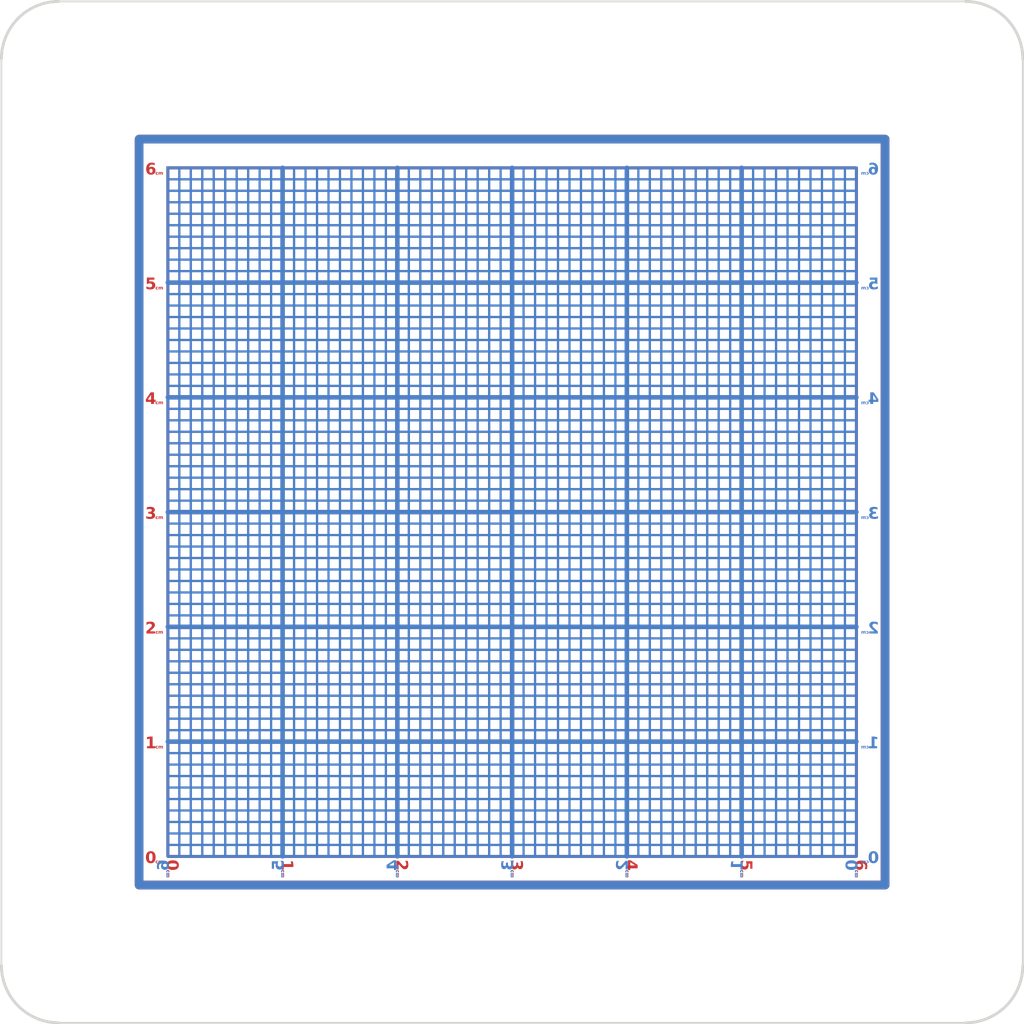
<source format=kicad_pcb>
(kicad_pcb (version 20221018) (generator pcbnew)
  (layers (0 "F.Cu" signal) (31 "B.Cu" signal) (34 "B.Paste" user) (35 "F.Paste" user) (36 "B.SilkS" user "B.Silkscreen") (37 "F.SilkS" user "F.Silkscreen") (38 "B.Mask" user) (39 "F.Mask" user) (44 "Edge.Cuts" user))
  (net 0 "")
  (footprint "oomlout_oomp_part_footprints:mhm3_electronic_mounting_hole_m3" (layer "F.Cu") (at -37.5 15)
    (fp_text reference "REF**" hide)
    (fp_text value "MountingHole_3.2mm_M3" hide)
    (pad "" np_thru_hole circle (at 0 0) (size 3.2 3.2) (drill 3.2) (layers "F&B.Cu" "*.Mask"))
  )
  (footprint "oomlout_oomp_part_footprints:mhm6_electronic_mounting_hole_m6" (layer "F.Cu") (at 22.4 37.5 90)
    (fp_text reference "REF**" hide)
    (fp_text value "MountingHole_6.4mm_M6" hide)
    (pad "" np_thru_hole circle (at 0 0 90) (size 6.4 6.4) (drill 6.4) (layers "F&B.Cu" "*.Mask"))
  )
  (footprint "oomlout_oomp_part_footprints:mhm3_electronic_mounting_hole_m3" (layer "F.Cu") (at 14.9 -37.5 90)
    (fp_text reference "REF**" hide)
    (fp_text value "MountingHole_3.2mm_M3" hide)
    (pad "" np_thru_hole circle (at 0 0 90) (size 3.2 3.2) (drill 3.2) (layers "F&B.Cu" "*.Mask"))
  )
  (footprint "oomlout_oomp_part_footprints:mhm3_electronic_mounting_hole_m3" (layer "F.Cu") (at -37.5 -15)
    (fp_text reference "REF**" hide)
    (fp_text value "MountingHole_3.2mm_M3" hide)
    (pad "" np_thru_hole circle (at 0 0) (size 3.2 3.2) (drill 3.2) (layers "F&B.Cu" "*.Mask"))
  )
  (footprint "oomlout_oomp_part_footprints:mhm3_electronic_mounting_hole_m3" (layer "F.Cu") (at 37.5 -30)
    (fp_text reference "REF**" hide)
    (fp_text value "MountingHole_3.2mm_M3" hide)
    (pad "" np_thru_hole circle (at 0 0) (size 3.2 3.2) (drill 3.2) (layers "F&B.Cu" "*.Mask"))
  )
  (footprint "oomlout_oomp_part_footprints:mhm6_electronic_mounting_hole_m6" (layer "F.Cu") (at 37.5 -22.5)
    (fp_text reference "REF**" hide)
    (fp_text value "MountingHole_6.4mm_M6" hide)
    (pad "" np_thru_hole circle (at 0 0) (size 6.4 6.4) (drill 6.4) (layers "F&B.Cu" "*.Mask"))
  )
  (footprint "oomlout_oomp_part_footprints:mhm6_electronic_mounting_hole_m6" (layer "F.Cu") (at -7.6 -37.5 90)
    (fp_text reference "REF**" hide)
    (fp_text value "MountingHole_6.4mm_M6" hide)
    (pad "" np_thru_hole circle (at 0 0 90) (size 6.4 6.4) (drill 6.4) (layers "F&B.Cu" "*.Mask"))
  )
  (footprint "oomlout_oomp_part_footprints:mhm3_electronic_mounting_hole_m3" (layer "F.Cu") (at 37.5 -15)
    (fp_text reference "REF**" hide)
    (fp_text value "MountingHole_3.2mm_M3" hide)
    (pad "" np_thru_hole circle (at 0 0) (size 3.2 3.2) (drill 3.2) (layers "F&B.Cu" "*.Mask"))
  )
  (footprint "oomlout_oomp_part_footprints:mhm3_electronic_mounting_hole_m3" (layer "F.Cu") (at -0.1 37.5 90)
    (fp_text reference "REF**" hide)
    (fp_text value "MountingHole_3.2mm_M3" hide)
    (pad "" np_thru_hole circle (at 0 0 90) (size 3.2 3.2) (drill 3.2) (layers "F&B.Cu" "*.Mask"))
  )
  (footprint "oomlout_oomp_part_footprints:mhm6_electronic_mounting_hole_m6" (layer "F.Cu") (at -37.5 -22.5)
    (fp_text reference "REF**" hide)
    (fp_text value "MountingHole_6.4mm_M6" hide)
    (pad "" np_thru_hole circle (at 0 0) (size 6.4 6.4) (drill 6.4) (layers "F&B.Cu" "*.Mask"))
  )
  (footprint "oomlout_oomp_part_footprints:mhm6_electronic_mounting_hole_m6" (layer "F.Cu") (at 37.5 7.5)
    (fp_text reference "REF**" hide)
    (fp_text value "MountingHole_6.4mm_M6" hide)
    (pad "" np_thru_hole circle (at 0 0) (size 6.4 6.4) (drill 6.4) (layers "F&B.Cu" "*.Mask"))
  )
  (footprint "oomlout_oomp_part_footprints:mhm3_electronic_mounting_hole_m3" (layer "F.Cu") (at 29.9 -37.5 90)
    (fp_text reference "REF**" hide)
    (fp_text value "MountingHole_3.2mm_M3" hide)
    (pad "" np_thru_hole circle (at 0 0 90) (size 3.2 3.2) (drill 3.2) (layers "F&B.Cu" "*.Mask"))
  )
  (footprint "oomlout_oomp_part_footprints:mhm3_electronic_mounting_hole_m3" (layer "F.Cu") (at -37.5 0)
    (fp_text reference "REF**" hide)
    (fp_text value "MountingHole_3.2mm_M3" hide)
    (pad "" np_thru_hole circle (at 0 0) (size 3.2 3.2) (drill 3.2) (layers "F&B.Cu" "*.Mask"))
  )
  (footprint "oomlout_oomp_part_footprints:mhm6_electronic_mounting_hole_m6" (layer "F.Cu") (at 22.4 -37.5 90)
    (fp_text reference "REF**" hide)
    (fp_text value "MountingHole_6.4mm_M6" hide)
    (pad "" np_thru_hole circle (at 0 0 90) (size 6.4 6.4) (drill 6.4) (layers "F&B.Cu" "*.Mask"))
  )
  (footprint "oomlout_oomp_part_footprints:mhm6_electronic_mounting_hole_m6" (layer "F.Cu") (at -37.5 7.5)
    (fp_text reference "REF**" hide)
    (fp_text value "MountingHole_6.4mm_M6" hide)
    (pad "" np_thru_hole circle (at 0 0) (size 6.4 6.4) (drill 6.4) (layers "*.Cu" "*.Mask"))
  )
  (footprint "oomlout_oomp_part_footprints:mhm6_electronic_mounting_hole_m6" (layer "F.Cu") (at 7.4 37.5 90)
    (fp_text reference "REF**" hide)
    (fp_text value "MountingHole_6.4mm_M6" hide)
    (pad "" np_thru_hole circle (at 0 0 90) (size 6.4 6.4) (drill 6.4) (layers "F&B.Cu" "*.Mask"))
  )
  (footprint "oomlout_oomp_part_footprints:mhm6_electronic_mounting_hole_m6" (layer "F.Cu") (at 37.5 22.5)
    (fp_text reference "REF**" hide)
    (fp_text value "MountingHole_6.4mm_M6" hide)
    (pad "" np_thru_hole circle (at 0 0) (size 6.4 6.4) (drill 6.4) (layers "F&B.Cu" "*.Mask"))
  )
  (footprint "oomlout_oomp_part_footprints:mhm3_electronic_mounting_hole_m3" (layer "F.Cu") (at -15.1 37.5 90)
    (fp_text reference "REF**" hide)
    (fp_text value "MountingHole_3.2mm_M3" hide)
    (pad "" np_thru_hole circle (at 0 0 90) (size 3.2 3.2) (drill 3.2) (layers "F&B.Cu" "*.Mask"))
  )
  (footprint "oomlout_oomp_part_footprints:mhm3_electronic_mounting_hole_m3" (layer "F.Cu") (at 37.5 30)
    (fp_text reference "REF**" hide)
    (fp_text value "MountingHole_3.2mm_M3" hide)
    (pad "" np_thru_hole circle (at 0 0) (size 3.2 3.2) (drill 3.2) (layers "F&B.Cu" "*.Mask"))
  )
  (footprint "oomlout_oomp_part_footprints:mhm3_electronic_mounting_hole_m3" (layer "F.Cu") (at -30.1 37.5 90)
    (fp_text reference "REF**" hide)
    (fp_text value "MountingHole_3.2mm_M3" hide)
    (pad "" np_thru_hole circle (at 0 0 90) (size 3.2 3.2) (drill 3.2) (layers "F&B.Cu" "*.Mask"))
  )
  (footprint "oomlout_oomp_part_footprints:mhm6_electronic_mounting_hole_m6" (layer "F.Cu") (at -37.5 -7.5)
    (fp_text reference "REF**" hide)
    (fp_text value "MountingHole_6.4mm_M6" hide)
    (pad "" np_thru_hole circle (at 0 0) (size 6.4 6.4) (drill 6.4) (layers "F&B.Cu" "*.Mask"))
  )
  (footprint "oomlout_oomp_part_footprints:mhm6_electronic_mounting_hole_m6" (layer "F.Cu") (at -7.6 37.5 90)
    (fp_text reference "REF**" hide)
    (fp_text value "MountingHole_6.4mm_M6" hide)
    (pad "" np_thru_hole circle (at 0 0 90) (size 6.4 6.4) (drill 6.4) (layers "F&B.Cu" "*.Mask"))
  )
  (footprint "oomlout_oomp_part_footprints:mhm3_electronic_mounting_hole_m3" (layer "F.Cu") (at 14.9 37.5 90)
    (fp_text reference "REF**" hide)
    (fp_text value "MountingHole_3.2mm_M3" hide)
    (pad "" np_thru_hole circle (at 0 0 90) (size 3.2 3.2) (drill 3.2) (layers "F&B.Cu" "*.Mask"))
  )
  (footprint "oomlout_oomp_part_footprints:mhm6_electronic_mounting_hole_m6" (layer "F.Cu") (at -22.6 -37.5 90)
    (fp_text reference "REF**" hide)
    (fp_text value "MountingHole_6.4mm_M6" hide)
    (pad "" np_thru_hole circle (at 0 0 90) (size 6.4 6.4) (drill 6.4) (layers "F&B.Cu" "*.Mask"))
  )
  (footprint "oomlout_oomp_part_footprints:mhm6_electronic_mounting_hole_m6" (layer "F.Cu") (at -37.5 37.5)
    (fp_text reference "REF**" hide)
    (fp_text value "MountingHole_6.4mm_M6" hide)
    (pad "" np_thru_hole circle (at 0 0) (size 6.4 6.4) (drill 6.4) (layers "F&B.Cu" "*.Mask"))
  )
  (footprint "oomlout_oomp_part_footprints:mhm6_electronic_mounting_hole_m6" (layer "F.Cu") (at -22.6 37.5 90)
    (fp_text reference "REF**" hide)
    (fp_text value "MountingHole_6.4mm_M6" hide)
    (pad "" np_thru_hole circle (at 0 0 90) (size 6.4 6.4) (drill 6.4) (layers "F&B.Cu" "*.Mask"))
  )
  (footprint "oomlout_oomp_part_footprints:mhm3_electronic_mounting_hole_m3" (layer "F.Cu") (at -15.1 -37.5 90)
    (fp_text reference "REF**" hide)
    (fp_text value "MountingHole_3.2mm_M3" hide)
    (pad "" np_thru_hole circle (at 0 0 90) (size 3.2 3.2) (drill 3.2) (layers "F&B.Cu" "*.Mask"))
  )
  (footprint "oomlout_oomp_part_footprints:mhm3_electronic_mounting_hole_m3" (layer "F.Cu") (at -37.5 -30)
    (fp_text reference "REF**" hide)
    (fp_text value "MountingHole_3.2mm_M3" hide)
    (pad "" np_thru_hole circle (at 0 0) (size 3.2 3.2) (drill 3.2) (layers "*.Cu" "*.Mask"))
  )
  (footprint "oomlout_oomp_part_footprints:mhm6_electronic_mounting_hole_m6" (layer "F.Cu") (at 37.5 -7.5)
    (fp_text reference "REF**" hide)
    (fp_text value "MountingHole_6.4mm_M6" hide)
    (pad "" np_thru_hole circle (at 0 0) (size 6.4 6.4) (drill 6.4) (layers "F&B.Cu" "*.Mask"))
  )
  (footprint "oomlout_oomp_part_footprints:mhm6_electronic_mounting_hole_m6" (layer "F.Cu") (at 7.4 -37.5 90)
    (fp_text reference "REF**" hide)
    (fp_text value "MountingHole_6.4mm_M6" hide)
    (pad "" np_thru_hole circle (at 0 0 90) (size 6.4 6.4) (drill 6.4) (layers "F&B.Cu" "*.Mask"))
  )
  (footprint "oomlout_oomp_part_footprints:mhm6_electronic_mounting_hole_m6" (layer "F.Cu") (at 37.5 -37.5 90)
    (fp_text reference "REF**" hide)
    (fp_text value "MountingHole_6.4mm_M6" hide)
    (pad "" np_thru_hole circle (at 0 0 90) (size 6.4 6.4) (drill 6.4) (layers "F&B.Cu" "*.Mask"))
  )
  (footprint "oomlout_oomp_part_footprints:mhm3_electronic_mounting_hole_m3" (layer "F.Cu") (at -37.5 30)
    (fp_text reference "REF**" hide)
    (fp_text value "MountingHole_3.2mm_M3" hide)
    (pad "" np_thru_hole circle (at 0 0) (size 3.2 3.2) (drill 3.2) (layers "F&B.Cu" "*.Mask"))
  )
  (footprint "oomlout_oomp_part_footprints:mhm6_electronic_mounting_hole_m6" (layer "F.Cu") (at 37.5 37.5)
    (fp_text reference "REF**" hide)
    (fp_text value "MountingHole_6.4mm_M6" hide)
    (pad "" np_thru_hole circle (at 0 0) (size 6.4 6.4) (drill 6.4) (layers "F&B.Cu" "*.Mask"))
  )
  (footprint "oomlout_oomp_part_footprints:mhm6_electronic_mounting_hole_m6" (layer "F.Cu") (at -37.5 -37.5)
    (fp_text reference "REF**" hide)
    (fp_text value "MountingHole_6.4mm_M6" hide)
    (pad "" np_thru_hole circle (at 0 0) (size 6.4 6.4) (drill 6.4) (layers "F&B.Cu" "*.Mask"))
  )
  (footprint "oomlout_oomp_part_footprints:mhm3_electronic_mounting_hole_m3" (layer "F.Cu") (at 37.5 0)
    (fp_text reference "REF**" hide)
    (fp_text value "MountingHole_3.2mm_M3" hide)
    (pad "" np_thru_hole circle (at 0 0) (size 3.2 3.2) (drill 3.2) (layers "F&B.Cu" "*.Mask"))
  )
  (footprint "oomlout_oomp_part_footprints:mhm3_electronic_mounting_hole_m3" (layer "F.Cu") (at -0.1 -37.5 90)
    (fp_text reference "REF**" hide)
    (fp_text value "MountingHole_3.2mm_M3" hide)
    (pad "" np_thru_hole circle (at 0 0 90) (size 3.2 3.2) (drill 3.2) (layers "F&B.Cu" "*.Mask"))
  )
  (footprint "oomlout_oomp_part_footprints:mhm3_electronic_mounting_hole_m3" (layer "F.Cu") (at 37.5 15)
    (fp_text reference "REF**" hide)
    (fp_text value "MountingHole_3.2mm_M3" hide)
    (pad "" np_thru_hole circle (at 0 0) (size 3.2 3.2) (drill 3.2) (layers "F&B.Cu" "*.Mask"))
  )
  (footprint "oomlout_oomp_part_footprints:mhm3_electronic_mounting_hole_m3" (layer "F.Cu") (at -30.1 -37.5 90)
    (fp_text reference "REF**" hide)
    (fp_text value "MountingHole_3.2mm_M3" hide)
    (pad "" np_thru_hole circle (at 0 0 90) (size 3.2 3.2) (drill 3.2) (layers "F&B.Cu" "*.Mask"))
  )
  (footprint "oomlout_oomp_part_footprints:mhm6_electronic_mounting_hole_m6" (layer "F.Cu") (at -37.5 22.5)
    (fp_text reference "REF**" hide)
    (fp_text value "MountingHole_6.4mm_M6" hide)
    (pad "" np_thru_hole circle (at 0 0) (size 6.4 6.4) (drill 6.4) (layers "F&B.Cu" "*.Mask"))
  )
  (gr_line (start 16 30) (end 16 -30) (stroke (width 0.15)) (layer "F.Cu"))
  (gr_line (start -30 -10) (end 30 -10) (stroke (width 0.25)) (layer "F.Cu"))
  (gr_line (start -30 26) (end 30 26) (stroke (width 0.15)) (layer "F.Cu"))
  (gr_line (start 15 30) (end 15 -30) (stroke (width 0.15)) (layer "F.Cu"))
  (gr_line (start -30 16) (end 30 16) (stroke (width 0.15)) (layer "F.Cu"))
  (gr_line (start -30 -3) (end 30 -3) (stroke (width 0.15)) (layer "F.Cu"))
  (gr_line (start 27 30) (end 27 -30) (stroke (width 0.15)) (layer "F.Cu"))
  (gr_line (start -30 -16) (end 30 -16) (stroke (width 0.15)) (layer "F.Cu"))
  (gr_line (start 11 30) (end 11 -30) (stroke (width 0.15)) (layer "F.Cu"))
  (gr_line (start -30 27) (end 30 27) (stroke (width 0.15)) (layer "F.Cu"))
  (gr_line (start -25 30) (end -25 -30) (stroke (width 0.15)) (layer "F.Cu"))
  (gr_line (start -30 -13) (end 30 -13) (stroke (width 0.15)) (layer "F.Cu"))
  (gr_line (start -30 13) (end 30 13) (stroke (width 0.15)) (layer "F.Cu"))
  (gr_line (start -30 -12) (end 30 -12) (stroke (width 0.15)) (layer "F.Cu"))
  (gr_line (start -17 30) (end -17 -30) (stroke (width 0.15)) (layer "F.Cu"))
  (gr_line (start -8 30) (end -8 -30) (stroke (width 0.15)) (layer "F.Cu"))
  (gr_line (start -10 30) (end -10 -30) (stroke (width 0.25)) (layer "F.Cu"))
  (gr_line (start 23 30) (end 23 -30) (stroke (width 0.15)) (layer "F.Cu"))
  (gr_line (start 19 30) (end 19 -30) (stroke (width 0.15)) (layer "F.Cu"))
  (gr_line (start -27 30) (end -27 -30) (stroke (width 0.15)) (layer "F.Cu"))
  (gr_line (start -30 23) (end 30 23) (stroke (width 0.15)) (layer "F.Cu"))
  (gr_line (start -30 12) (end 30 12) (stroke (width 0.15)) (layer "F.Cu"))
  (gr_line (start 28 30) (end 28 -30) (stroke (width 0.15)) (layer "F.Cu"))
  (gr_rect (start -32.5 -32.5) (end 32.5 32.5) (stroke (width 0.75)) (fill none) (layer "F.Cu"))
  (gr_line (start -30 -27) (end 30 -27) (stroke (width 0.15)) (layer "F.Cu"))
  (gr_line (start -30 -29) (end 30 -29) (stroke (width 0.15)) (layer "F.Cu"))
  (gr_line (start -30 -8) (end 30 -8) (stroke (width 0.15)) (layer "F.Cu"))
  (gr_line (start -30 -18) (end 30 -18) (stroke (width 0.15)) (layer "F.Cu"))
  (gr_line (start 3 30) (end 3 -30) (stroke (width 0.15)) (layer "F.Cu"))
  (gr_line (start -30 22) (end 30 22) (stroke (width 0.15)) (layer "F.Cu"))
  (gr_line (start 22 30) (end 22 -30) (stroke (width 0.15)) (layer "F.Cu"))
  (gr_line (start -30 -23) (end 30 -23) (stroke (width 0.15)) (layer "F.Cu"))
  (gr_line (start -30 -6) (end 30 -6) (stroke (width 0.15)) (layer "F.Cu"))
  (gr_line (start -24 30) (end -24 -30) (stroke (width 0.15)) (layer "F.Cu"))
  (gr_line (start -30 -28) (end 30 -28) (stroke (width 0.15)) (layer "F.Cu"))
  (gr_line (start -9 30) (end -9 -30) (stroke (width 0.15)) (layer "F.Cu"))
  (gr_line (start 8 30) (end 8 -30) (stroke (width 0.15)) (layer "F.Cu"))
  (gr_line (start -30 1) (end 30 1) (stroke (width 0.15)) (layer "F.Cu"))
  (gr_line (start -30 20) (end 30 20) (stroke (width 0.25)) (layer "F.Cu"))
  (gr_line (start -21 30) (end -21 -30) (stroke (width 0.15)) (layer "F.Cu"))
  (gr_line (start 17 30) (end 17 -30) (stroke (width 0.15)) (layer "F.Cu"))
  (gr_line (start -30 -5) (end 30 -5) (stroke (width 0.15)) (layer "F.Cu"))
  (gr_line (start -30 -9) (end 30 -9) (stroke (width 0.15)) (layer "F.Cu"))
  (gr_line (start -30 -1) (end 30 -1) (stroke (width 0.15)) (layer "F.Cu"))
  (gr_line (start -30 14) (end 30 14) (stroke (width 0.15)) (layer "F.Cu"))
  (gr_line (start 5 30) (end 5 -30) (stroke (width 0.15)) (layer "F.Cu"))
  (gr_line (start -13 30) (end -13 -30) (stroke (width 0.15)) (layer "F.Cu"))
  (gr_line (start 2 30) (end 2 -30) (stroke (width 0.15)) (layer "F.Cu"))
  (gr_line (start 7 30) (end 7 -30) (stroke (width 0.15)) (layer "F.Cu"))
  (gr_line (start 1 30) (end 1 -30) (stroke (width 0.15)) (layer "F.Cu"))
  (gr_line (start -30 -11) (end 30 -11) (stroke (width 0.15)) (layer "F.Cu"))
  (gr_line (start -2 30) (end -2 -30) (stroke (width 0.15)) (layer "F.Cu"))
  (gr_line (start -5 30) (end -5 -30) (stroke (width 0.15)) (layer "F.Cu"))
  (gr_line (start -30 -19) (end 30 -19) (stroke (width 0.15)) (layer "F.Cu"))
  (gr_line (start -30 4) (end 30 4) (stroke (width 0.15)) (layer "F.Cu"))
  (gr_line (start 24 30) (end 24 -30) (stroke (width 0.15)) (layer "F.Cu"))
  (gr_line (start -30 11) (end 30 11) (stroke (width 0.15)) (layer "F.Cu"))
  (gr_line (start -30 29) (end 30 29) (stroke (width 0.15)) (layer "F.Cu"))
  (gr_line (start -30 6) (end 30 6) (stroke (width 0.15)) (layer "F.Cu"))
  (gr_line (start -28 30) (end -28 -30) (stroke (width 0.15)) (layer "F.Cu"))
  (gr_line (start -26 30) (end -26 -30) (stroke (width 0.15)) (layer "F.Cu"))
  (gr_line (start -30 15) (end 30 15) (stroke (width 0.15)) (layer "F.Cu"))
  (gr_line (start -30 5) (end 30 5) (stroke (width 0.15)) (layer "F.Cu"))
  (gr_line (start 9 30) (end 9 -30) (stroke (width 0.15)) (layer "F.Cu"))
  (gr_line (start 29 30) (end 29 -30) (stroke (width 0.15)) (layer "F.Cu"))
  (gr_line (start -30 -25) (end 30 -25) (stroke (width 0.15)) (layer "F.Cu"))
  (gr_line (start -29 30) (end -29 -30) (stroke (width 0.15)) (layer "F.Cu"))
  (gr_line (start -1 30) (end -1 -30) (stroke (width 0.15)) (layer "F.Cu"))
  (gr_line (start -3 30) (end -3 -30) (stroke (width 0.15)) (layer "F.Cu"))
  (gr_line (start -19 30) (end -19 -30) (stroke (width 0.15)) (layer "F.Cu"))
  (gr_line (start 20 30) (end 20 -30) (stroke (width 0.25)) (layer "F.Cu"))
  (gr_line (start -15 30) (end -15 -30) (stroke (width 0.15)) (layer "F.Cu"))
  (gr_line (start -30 -4) (end 30 -4) (stroke (width 0.15)) (layer "F.Cu"))
  (gr_line (start -4 30) (end -4 -30) (stroke (width 0.15)) (layer "F.Cu"))
  (gr_line (start 18 30) (end 18 -30) (stroke (width 0.15)) (layer "F.Cu"))
  (gr_line (start 10 30) (end 10 -30) (stroke (width 0.25)) (layer "F.Cu"))
  (gr_line (start -30 18) (end 30 18) (stroke (width 0.15)) (layer "F.Cu"))
  (gr_line (start 12 30) (end 12 -30) (stroke (width 0.15)) (layer "F.Cu"))
  (gr_line (start -30 19) (end 30 19) (stroke (width 0.15)) (layer "F.Cu"))
  (gr_line (start -18 30) (end -18 -30) (stroke (width 0.15)) (layer "F.Cu"))
  (gr_line (start 4 30) (end 4 -30) (stroke (width 0.15)) (layer "F.Cu"))
  (gr_line (start -23 30) (end -23 -30) (stroke (width 0.15)) (layer "F.Cu"))
  (gr_line (start -30 -24) (end 30 -24) (stroke (width 0.15)) (layer "F.Cu"))
  (gr_line (start -30 17) (end 30 17) (stroke (width 0.15)) (layer "F.Cu"))
  (gr_line (start 6 30) (end 6 -30) (stroke (width 0.15)) (layer "F.Cu"))
  (gr_line (start -30 25) (end 30 25) (stroke (width 0.15)) (layer "F.Cu"))
  (gr_line (start -30 24) (end 30 24) (stroke (width 0.15)) (layer "F.Cu"))
  (gr_line (start -30 9) (end 30 9) (stroke (width 0.15)) (layer "F.Cu"))
  (gr_rect (start -30 -30) (end 30 30) (stroke (width 0.25)) (fill none) (layer "F.Cu"))
  (gr_line (start -30 -17) (end 30 -17) (stroke (width 0.15)) (layer "F.Cu"))
  (gr_line (start -16 30) (end -16 -30) (stroke (width 0.15)) (layer "F.Cu"))
  (gr_line (start -30 0) (end 30 0) (stroke (width 0.25)) (layer "F.Cu"))
  (gr_line (start -30 3) (end 30 3) (stroke (width 0.15)) (layer "F.Cu"))
  (gr_line (start -30 21) (end 30 21) (stroke (width 0.15)) (layer "F.Cu"))
  (gr_line (start 25 30) (end 25 -30) (stroke (width 0.15)) (layer "F.Cu"))
  (gr_line (start -14 30) (end -14 -30) (stroke (width 0.15)) (layer "F.Cu"))
  (gr_line (start 21 30) (end 21 -30) (stroke (width 0.15)) (layer "F.Cu"))
  (gr_line (start -30 -26) (end 30 -26) (stroke (width 0.15)) (layer "F.Cu"))
  (gr_line (start -22 30) (end -22 -30) (stroke (width 0.15)) (layer "F.Cu"))
  (gr_line (start -30 10) (end 30 10) (stroke (width 0.25)) (layer "F.Cu"))
  (gr_line (start -12 30) (end -12 -30) (stroke (width 0.15)) (layer "F.Cu"))
  (gr_line (start -30 -2) (end 30 -2) (stroke (width 0.15)) (layer "F.Cu"))
  (gr_line (start -30 8) (end 30 8) (stroke (width 0.15)) (layer "F.Cu"))
  (gr_line (start -30 -7) (end 30 -7) (stroke (width 0.15)) (layer "F.Cu"))
  (gr_line (start -30 28) (end 30 28) (stroke (width 0.15)) (layer "F.Cu"))
  (gr_line (start -30 -15) (end 30 -15) (stroke (width 0.15)) (layer "F.Cu"))
  (gr_line (start 13 30) (end 13 -30) (stroke (width 0.15)) (layer "F.Cu"))
  (gr_line (start -30 2) (end 30 2) (stroke (width 0.15)) (layer "F.Cu"))
  (gr_line (start 0 30) (end 0 -30) (stroke (width 0.25)) (layer "F.Cu"))
  (gr_line (start 26 30) (end 26 -30) (stroke (width 0.15)) (layer "F.Cu"))
  (gr_line (start -30 -22) (end 30 -22) (stroke (width 0.15)) (layer "F.Cu"))
  (gr_line (start -6 30) (end -6 -30) (stroke (width 0.15)) (layer "F.Cu"))
  (gr_line (start -11 30) (end -11 -30) (stroke (width 0.15)) (layer "F.Cu"))
  (gr_line (start -20 30) (end -20 -30) (stroke (width 0.25)) (layer "F.Cu"))
  (gr_line (start -7 30) (end -7 -30) (stroke (width 0.15)) (layer "F.Cu"))
  (gr_line (start -30 -14) (end 30 -14) (stroke (width 0.15)) (layer "F.Cu"))
  (gr_line (start -30 -21) (end 30 -21) (stroke (width 0.15)) (layer "F.Cu"))
  (gr_line (start -30 7) (end 30 7) (stroke (width 0.15)) (layer "F.Cu"))
  (gr_line (start -30 -20) (end 30 -20) (stroke (width 0.25)) (layer "F.Cu"))
  (gr_line (start 14 30) (end 14 -30) (stroke (width 0.15)) (layer "F.Cu"))
  (gr_line (start -30 26) (end 30 26) (stroke (width 0.2)) (layer "B.Cu"))
  (gr_line (start -30 23) (end 30 23) (stroke (width 0.2)) (layer "B.Cu"))
  (gr_line (start -30 1) (end 30 1) (stroke (width 0.2)) (layer "B.Cu"))
  (gr_line (start -30 -28) (end 30 -28) (stroke (width 0.2)) (layer "B.Cu"))
  (gr_line (start -18 -30) (end -18 30) (stroke (width 0.2)) (layer "B.Cu"))
  (gr_line (start -14 -30) (end -14 30) (stroke (width 0.2)) (layer "B.Cu"))
  (gr_line (start -30 -20) (end 30 -20) (stroke (width 0.4)) (layer "B.Cu"))
  (gr_line (start -20 -30) (end -20 30) (stroke (width 0.4)) (layer "B.Cu"))
  (gr_line (start -30 -7) (end 30 -7) (stroke (width 0.2)) (layer "B.Cu"))
  (gr_line (start -30 13) (end 30 13) (stroke (width 0.2)) (layer "B.Cu"))
  (gr_line (start 23 -30) (end 23 30) (stroke (width 0.2)) (layer "B.Cu"))
  (gr_line (start -30 -12) (end 30 -12) (stroke (width 0.2)) (layer "B.Cu"))
  (gr_line (start 18 -30) (end 18 30) (stroke (width 0.2)) (layer "B.Cu"))
  (gr_line (start -30 17) (end 30 17) (stroke (width 0.2)) (layer "B.Cu"))
  (gr_line (start -30 15) (end 30 15) (stroke (width 0.2)) (layer "B.Cu"))
  (gr_line (start -17 -30) (end -17 30) (stroke (width 0.2)) (layer "B.Cu"))
  (gr_line (start 14 -30) (end 14 30) (stroke (width 0.2)) (layer "B.Cu"))
  (gr_line (start -30 -2) (end 30 -2) (stroke (width 0.2)) (layer "B.Cu"))
  (gr_line (start -30 22) (end 30 22) (stroke (width 0.2)) (layer "B.Cu"))
  (gr_line (start 1 -30) (end 1 30) (stroke (width 0.2)) (layer "B.Cu"))
  (gr_line (start -16 -30) (end -16 30) (stroke (width 0.2)) (layer "B.Cu"))
  (gr_line (start -30 2) (end 30 2) (stroke (width 0.2)) (layer "B.Cu"))
  (gr_line (start -30 -19) (end 30 -19) (stroke (width 0.2)) (layer "B.Cu"))
  (gr_line (start 10 -30) (end 10 30) (stroke (width 0.4)) (layer "B.Cu"))
  (gr_line (start -10 -30) (end -10 30) (stroke (width 0.4)) (layer "B.Cu"))
  (gr_rect (start -30 -30) (end 30 30) (stroke (width 0.25)) (fill none) (layer "B.Cu"))
  (gr_line (start -30 -8) (end 30 -8) (stroke (width 0.2)) (layer "B.Cu"))
  (gr_line (start -13 -30) (end -13 30) (stroke (width 0.2)) (layer "B.Cu"))
  (gr_line (start -27 -30) (end -27 30) (stroke (width 0.2)) (layer "B.Cu"))
  (gr_line (start -30 -25) (end 30 -25) (stroke (width 0.2)) (layer "B.Cu"))
  (gr_line (start 5 -30) (end 5 30) (stroke (width 0.2)) (layer "B.Cu"))
  (gr_line (start -30 7) (end 30 7) (stroke (width 0.2)) (layer "B.Cu"))
  (gr_line (start 29 -30) (end 29 30) (stroke (width 0.2)) (layer "B.Cu"))
  (gr_line (start 17 -30) (end 17 30) (stroke (width 0.2)) (layer "B.Cu"))
  (gr_line (start -11 -30) (end -11 30) (stroke (width 0.2)) (layer "B.Cu"))
  (gr_line (start 28 -30) (end 28 30) (stroke (width 0.2)) (layer "B.Cu"))
  (gr_line (start -28 -30) (end -28 30) (stroke (width 0.2)) (layer "B.Cu"))
  (gr_line (start 6 -30) (end 6 30) (stroke (width 0.2)) (layer "B.Cu"))
  (gr_line (start -30 16) (end 30 16) (stroke (width 0.2)) (layer "B.Cu"))
  (gr_line (start 11 -30) (end 11 30) (stroke (width 0.2)) (layer "B.Cu"))
  (gr_line (start -2 -30) (end -2 30) (stroke (width 0.2)) (layer "B.Cu"))
  (gr_line (start -30 -26) (end 30 -26) (stroke (width 0.2)) (layer "B.Cu"))
  (gr_line (start -30 25) (end 30 25) (stroke (width 0.2)) (layer "B.Cu"))
  (gr_line (start -30 -5) (end 30 -5) (stroke (width 0.2)) (layer "B.Cu"))
  (gr_line (start -30 29) (end 30 29) (stroke (width 0.2)) (layer "B.Cu"))
  (gr_line (start -25 -30) (end -25 30) (stroke (width 0.2)) (layer "B.Cu"))
  (gr_line (start -30 24) (end 30 24) (stroke (width 0.2)) (layer "B.Cu"))
  (gr_line (start -30 -1) (end 30 -1) (stroke (width 0.2)) (layer "B.Cu"))
  (gr_line (start -30 5) (end 30 5) (stroke (width 0.2)) (layer "B.Cu"))
  (gr_line (start -8 -30) (end -8 30) (stroke (width 0.2)) (layer "B.Cu"))
  (gr_line (start -30 -18) (end 30 -18) (stroke (width 0.2)) (layer "B.Cu"))
  (gr_line (start 2 -30) (end 2 30) (stroke (width 0.2)) (layer "B.Cu"))
  (gr_line (start -30 4) (end 30 4) (stroke (width 0.2)) (layer "B.Cu"))
  (gr_line (start 0 -30) (end 0 30) (stroke (width 0.4)) (layer "B.Cu"))
  (gr_line (start 12 -30) (end 12 30) (stroke (width 0.2)) (layer "B.Cu"))
  (gr_line (start -19 -30) (end -19 30) (stroke (width 0.2)) (layer "B.Cu"))
  (gr_line (start -30 21) (end 30 21) (stroke (width 0.2)) (layer "B.Cu"))
  (gr_rect (start -32.5 -32.5) (end 32.5 32.5) (stroke (width 0.75)) (fill none) (layer "B.Cu"))
  (gr_line (start 16 -30) (end 16 30) (stroke (width 0.2)) (layer "B.Cu"))
  (gr_line (start 20 -30) (end 20 30) (stroke (width 0.4)) (layer "B.Cu"))
  (gr_line (start 22 -30) (end 22 30) (stroke (width 0.2)) (layer "B.Cu"))
  (gr_line (start -15 -30) (end -15 30) (stroke (width 0.2)) (layer "B.Cu"))
  (gr_line (start -30 6) (end 30 6) (stroke (width 0.2)) (layer "B.Cu"))
  (gr_line (start -30 8) (end 30 8) (stroke (width 0.2)) (layer "B.Cu"))
  (gr_line (start -30 -22) (end 30 -22) (stroke (width 0.2)) (layer "B.Cu"))
  (gr_line (start -30 10) (end 30 10) (stroke (width 0.4)) (layer "B.Cu"))
  (gr_line (start -30 27) (end 30 27) (stroke (width 0.2)) (layer "B.Cu"))
  (gr_line (start -12 -30) (end -12 30) (stroke (width 0.2)) (layer "B.Cu"))
  (gr_line (start -30 -9) (end 30 -9) (stroke (width 0.2)) (layer "B.Cu"))
  (gr_line (start -30 11) (end 30 11) (stroke (width 0.2)) (layer "B.Cu"))
  (gr_line (start 3 -30) (end 3 30) (stroke (width 0.2)) (layer "B.Cu"))
  (gr_line (start -24 -30) (end -24 30) (stroke (width 0.2)) (layer "B.Cu"))
  (gr_line (start -30 14) (end 30 14) (stroke (width 0.2)) (layer "B.Cu"))
  (gr_line (start -30 -16) (end 30 -16) (stroke (width 0.2)) (layer "B.Cu"))
  (gr_line (start -29 -30) (end -29 30) (stroke (width 0.2)) (layer "B.Cu"))
  (gr_line (start -30 -10) (end 30 -10) (stroke (width 0.4)) (layer "B.Cu"))
  (gr_line (start -30 -3) (end 30 -3) (stroke (width 0.2)) (layer "B.Cu"))
  (gr_line (start -30 20) (end 30 20) (stroke (width 0.4)) (layer "B.Cu"))
  (gr_line (start -30 -4) (end 30 -4) (stroke (width 0.2)) (layer "B.Cu"))
  (gr_line (start -30 9) (end 30 9) (stroke (width 0.2)) (layer "B.Cu"))
  (gr_line (start 25 -30) (end 25 30) (stroke (width 0.2)) (layer "B.Cu"))
  (gr_line (start -30 18) (end 30 18) (stroke (width 0.2)) (layer "B.Cu"))
  (gr_line (start -30 19) (end 30 19) (stroke (width 0.2)) (layer "B.Cu"))
  (gr_line (start -23 -30) (end -23 30) (stroke (width 0.2)) (layer "B.Cu"))
  (gr_line (start 15 -30) (end 15 30) (stroke (width 0.2)) (layer "B.Cu"))
  (gr_line (start -30 -6) (end 30 -6) (stroke (width 0.2)) (layer "B.Cu"))
  (gr_line (start -6 -30) (end -6 30) (stroke (width 0.2)) (layer "B.Cu"))
  (gr_line (start -7 -30) (end -7 30) (stroke (width 0.2)) (layer "B.Cu"))
  (gr_line (start -4 -30) (end -4 30) (stroke (width 0.2)) (layer "B.Cu"))
  (gr_line (start -3 -30) (end -3 30) (stroke (width 0.2)) (layer "B.Cu"))
  (gr_line (start -1 -30) (end -1 30) (stroke (width 0.2)) (layer "B.Cu"))
  (gr_line (start -30 -15) (end 30 -15) (stroke (width 0.2)) (layer "B.Cu"))
  (gr_line (start -30 -24) (end 30 -24) (stroke (width 0.2)) (layer "B.Cu"))
  (gr_line (start -30 28) (end 30 28) (stroke (width 0.2)) (layer "B.Cu"))
  (gr_line (start -30 -21) (end 30 -21) (stroke (width 0.2)) (layer "B.Cu"))
  (gr_line (start -22 -30) (end -22 30) (stroke (width 0.2)) (layer "B.Cu"))
  (gr_line (start 24 -30) (end 24 30) (stroke (width 0.2)) (layer "B.Cu"))
  (gr_line (start -26 -30) (end -26 30) (stroke (width 0.2)) (layer "B.Cu"))
  (gr_line (start -5 -30) (end -5 30) (stroke (width 0.2)) (layer "B.Cu"))
  (gr_line (start 26 -30) (end 26 30) (stroke (width 0.2)) (layer "B.Cu"))
  (gr_line (start -30 -23) (end 30 -23) (stroke (width 0.2)) (layer "B.Cu"))
  (gr_line (start 4 -30) (end 4 30) (stroke (width 0.2)) (layer "B.Cu"))
  (gr_line (start -30 12) (end 30 12) (stroke (width 0.2)) (layer "B.Cu"))
  (gr_line (start 8 -30) (end 8 30) (stroke (width 0.2)) (layer "B.Cu"))
  (gr_line (start 21 -30) (end 21 30) (stroke (width 0.2)) (layer "B.Cu"))
  (gr_line (start -21 -30) (end -21 30) (stroke (width 0.2)) (layer "B.Cu"))
  (gr_line (start -9 -30) (end -9 30) (stroke (width 0.2)) (layer "B.Cu"))
  (gr_line (start 27 -30) (end 27 30) (stroke (width 0.2)) (layer "B.Cu"))
  (gr_line (start -30 -14) (end 30 -14) (stroke (width 0.2)) (layer "B.Cu"))
  (gr_line (start -30 -17) (end 30 -17) (stroke (width 0.2)) (layer "B.Cu"))
  (gr_line (start 9 -30) (end 9 30) (stroke (width 0.2)) (layer "B.Cu"))
  (gr_line (start 13 -30) (end 13 30) (stroke (width 0.2)) (layer "B.Cu"))
  (gr_line (start -30 0) (end 30 0) (stroke (width 0.4)) (layer "B.Cu"))
  (gr_line (start -30 3) (end 30 3) (stroke (width 0.2)) (layer "B.Cu"))
  (gr_line (start -30 -11) (end 30 -11) (stroke (width 0.2)) (layer "B.Cu"))
  (gr_line (start 7 -30) (end 7 30) (stroke (width 0.2)) (layer "B.Cu"))
  (gr_line (start -30 -13) (end 30 -13) (stroke (width 0.2)) (layer "B.Cu"))
  (gr_line (start 19 -30) (end 19 30) (stroke (width 0.2)) (layer "B.Cu"))
  (gr_line (start -30 -29) (end 30 -29) (stroke (width 0.2)) (layer "B.Cu"))
  (gr_line (start -30 -27) (end 30 -27) (stroke (width 0.2)) (layer "B.Cu"))
  (gr_line (start 16 30) (end 16 -30) (stroke (width 0.15)) (layer "F.Cu"))
  (gr_line (start -30 -10) (end 30 -10) (stroke (width 0.25)) (layer "F.Cu"))
  (gr_line (start -30 26) (end 30 26) (stroke (width 0.15)) (layer "F.Cu"))
  (gr_line (start 15 30) (end 15 -30) (stroke (width 0.15)) (layer "F.Cu"))
  (gr_line (start -30 16) (end 30 16) (stroke (width 0.15)) (layer "F.Cu"))
  (gr_line (start -30 -3) (end 30 -3) (stroke (width 0.15)) (layer "F.Cu"))
  (gr_line (start 27 30) (end 27 -30) (stroke (width 0.15)) (layer "F.Cu"))
  (gr_line (start -30 -16) (end 30 -16) (stroke (width 0.15)) (layer "F.Cu"))
  (gr_line (start 11 30) (end 11 -30) (stroke (width 0.15)) (layer "F.Cu"))
  (gr_line (start -30 27) (end 30 27) (stroke (width 0.15)) (layer "F.Cu"))
  (gr_line (start -25 30) (end -25 -30) (stroke (width 0.15)) (layer "F.Cu"))
  (gr_line (start -30 -13) (end 30 -13) (stroke (width 0.15)) (layer "F.Cu"))
  (gr_line (start -30 13) (end 30 13) (stroke (width 0.15)) (layer "F.Cu"))
  (gr_line (start -30 -12) (end 30 -12) (stroke (width 0.15)) (layer "F.Cu"))
  (gr_line (start -17 30) (end -17 -30) (stroke (width 0.15)) (layer "F.Cu"))
  (gr_line (start -8 30) (end -8 -30) (stroke (width 0.15)) (layer "F.Cu"))
  (gr_line (start -10 30) (end -10 -30) (stroke (width 0.25)) (layer "F.Cu"))
  (gr_line (start 23 30) (end 23 -30) (stroke (width 0.15)) (layer "F.Cu"))
  (gr_line (start 19 30) (end 19 -30) (stroke (width 0.15)) (layer "F.Cu"))
  (gr_line (start -27 30) (end -27 -30) (stroke (width 0.15)) (layer "F.Cu"))
  (gr_line (start -30 23) (end 30 23) (stroke (width 0.15)) (layer "F.Cu"))
  (gr_line (start -30 12) (end 30 12) (stroke (width 0.15)) (layer "F.Cu"))
  (gr_line (start 28 30) (end 28 -30) (stroke (width 0.15)) (layer "F.Cu"))
  (gr_rect (start -32.5 -32.5) (end 32.5 32.5) (stroke (width 0.75)) (fill none) (layer "F.Cu"))
  (gr_line (start -30 -27) (end 30 -27) (stroke (width 0.15)) (layer "F.Cu"))
  (gr_line (start -30 -29) (end 30 -29) (stroke (width 0.15)) (layer "F.Cu"))
  (gr_line (start -30 -8) (end 30 -8) (stroke (width 0.15)) (layer "F.Cu"))
  (gr_line (start -30 -18) (end 30 -18) (stroke (width 0.15)) (layer "F.Cu"))
  (gr_line (start 3 30) (end 3 -30) (stroke (width 0.15)) (layer "F.Cu"))
  (gr_line (start -30 22) (end 30 22) (stroke (width 0.15)) (layer "F.Cu"))
  (gr_line (start 22 30) (end 22 -30) (stroke (width 0.15)) (layer "F.Cu"))
  (gr_line (start -30 -23) (end 30 -23) (stroke (width 0.15)) (layer "F.Cu"))
  (gr_line (start -30 -6) (end 30 -6) (stroke (width 0.15)) (layer "F.Cu"))
  (gr_line (start -24 30) (end -24 -30) (stroke (width 0.15)) (layer "F.Cu"))
  (gr_line (start -30 -28) (end 30 -28) (stroke (width 0.15)) (layer "F.Cu"))
  (gr_line (start -9 30) (end -9 -30) (stroke (width 0.15)) (layer "F.Cu"))
  (gr_line (start 8 30) (end 8 -30) (stroke (width 0.15)) (layer "F.Cu"))
  (gr_line (start -30 1) (end 30 1) (stroke (width 0.15)) (layer "F.Cu"))
  (gr_line (start -30 20) (end 30 20) (stroke (width 0.25)) (layer "F.Cu"))
  (gr_line (start -21 30) (end -21 -30) (stroke (width 0.15)) (layer "F.Cu"))
  (gr_line (start 17 30) (end 17 -30) (stroke (width 0.15)) (layer "F.Cu"))
  (gr_line (start -30 -5) (end 30 -5) (stroke (width 0.15)) (layer "F.Cu"))
  (gr_line (start -30 -9) (end 30 -9) (stroke (width 0.15)) (layer "F.Cu"))
  (gr_line (start -30 -1) (end 30 -1) (stroke (width 0.15)) (layer "F.Cu"))
  (gr_line (start -30 14) (end 30 14) (stroke (width 0.15)) (layer "F.Cu"))
  (gr_line (start 5 30) (end 5 -30) (stroke (width 0.15)) (layer "F.Cu"))
  (gr_line (start -13 30) (end -13 -30) (stroke (width 0.15)) (layer "F.Cu"))
  (gr_line (start 2 30) (end 2 -30) (stroke (width 0.15)) (layer "F.Cu"))
  (gr_line (start 7 30) (end 7 -30) (stroke (width 0.15)) (layer "F.Cu"))
  (gr_line (start 1 30) (end 1 -30) (stroke (width 0.15)) (layer "F.Cu"))
  (gr_line (start -30 -11) (end 30 -11) (stroke (width 0.15)) (layer "F.Cu"))
  (gr_line (start -2 30) (end -2 -30) (stroke (width 0.15)) (layer "F.Cu"))
  (gr_line (start -5 30) (end -5 -30) (stroke (width 0.15)) (layer "F.Cu"))
  (gr_line (start -30 -19) (end 30 -19) (stroke (width 0.15)) (layer "F.Cu"))
  (gr_line (start -30 4) (end 30 4) (stroke (width 0.15)) (layer "F.Cu"))
  (gr_line (start 24 30) (end 24 -30) (stroke (width 0.15)) (layer "F.Cu"))
  (gr_line (start -30 11) (end 30 11) (stroke (width 0.15)) (layer "F.Cu"))
  (gr_line (start -30 29) (end 30 29) (stroke (width 0.15)) (layer "F.Cu"))
  (gr_line (start -30 6) (end 30 6) (stroke (width 0.15)) (layer "F.Cu"))
  (gr_line (start -28 30) (end -28 -30) (stroke (width 0.15)) (layer "F.Cu"))
  (gr_line (start -26 30) (end -26 -30) (stroke (width 0.15)) (layer "F.Cu"))
  (gr_line (start -30 15) (end 30 15) (stroke (width 0.15)) (layer "F.Cu"))
  (gr_line (start -30 5) (end 30 5) (stroke (width 0.15)) (layer "F.Cu"))
  (gr_line (start 9 30) (end 9 -30) (stroke (width 0.15)) (layer "F.Cu"))
  (gr_line (start 29 30) (end 29 -30) (stroke (width 0.15)) (layer "F.Cu"))
  (gr_line (start -30 -25) (end 30 -25) (stroke (width 0.15)) (layer "F.Cu"))
  (gr_line (start -29 30) (end -29 -30) (stroke (width 0.15)) (layer "F.Cu"))
  (gr_line (start -1 30) (end -1 -30) (stroke (width 0.15)) (layer "F.Cu"))
  (gr_line (start -3 30) (end -3 -30) (stroke (width 0.15)) (layer "F.Cu"))
  (gr_line (start -19 30) (end -19 -30) (stroke (width 0.15)) (layer "F.Cu"))
  (gr_line (start 20 30) (end 20 -30) (stroke (width 0.25)) (layer "F.Cu"))
  (gr_line (start -15 30) (end -15 -30) (stroke (width 0.15)) (layer "F.Cu"))
  (gr_line (start -30 -4) (end 30 -4) (stroke (width 0.15)) (layer "F.Cu"))
  (gr_line (start -4 30) (end -4 -30) (stroke (width 0.15)) (layer "F.Cu"))
  (gr_line (start 18 30) (end 18 -30) (stroke (width 0.15)) (layer "F.Cu"))
  (gr_line (start 10 30) (end 10 -30) (stroke (width 0.25)) (layer "F.Cu"))
  (gr_line (start -30 18) (end 30 18) (stroke (width 0.15)) (layer "F.Cu"))
  (gr_line (start 12 30) (end 12 -30) (stroke (width 0.15)) (layer "F.Cu"))
  (gr_line (start -30 19) (end 30 19) (stroke (width 0.15)) (layer "F.Cu"))
  (gr_line (start -18 30) (end -18 -30) (stroke (width 0.15)) (layer "F.Cu"))
  (gr_line (start 4 30) (end 4 -30) (stroke (width 0.15)) (layer "F.Cu"))
  (gr_line (start -23 30) (end -23 -30) (stroke (width 0.15)) (layer "F.Cu"))
  (gr_line (start -30 -24) (end 30 -24) (stroke (width 0.15)) (layer "F.Cu"))
  (gr_line (start -30 17) (end 30 17) (stroke (width 0.15)) (layer "F.Cu"))
  (gr_line (start 6 30) (end 6 -30) (stroke (width 0.15)) (layer "F.Cu"))
  (gr_line (start -30 25) (end 30 25) (stroke (width 0.15)) (layer "F.Cu"))
  (gr_line (start -30 24) (end 30 24) (stroke (width 0.15)) (layer "F.Cu"))
  (gr_line (start -30 9) (end 30 9) (stroke (width 0.15)) (layer "F.Cu"))
  (gr_rect (start -30 -30) (end 30 30) (stroke (width 0.25)) (fill none) (layer "F.Cu"))
  (gr_line (start -30 -17) (end 30 -17) (stroke (width 0.15)) (layer "F.Cu"))
  (gr_line (start -16 30) (end -16 -30) (stroke (width 0.15)) (layer "F.Cu"))
  (gr_line (start -30 0) (end 30 0) (stroke (width 0.25)) (layer "F.Cu"))
  (gr_line (start -30 3) (end 30 3) (stroke (width 0.15)) (layer "F.Cu"))
  (gr_line (start -30 21) (end 30 21) (stroke (width 0.15)) (layer "F.Cu"))
  (gr_line (start 25 30) (end 25 -30) (stroke (width 0.15)) (layer "F.Cu"))
  (gr_line (start -14 30) (end -14 -30) (stroke (width 0.15)) (layer "F.Cu"))
  (gr_line (start 21 30) (end 21 -30) (stroke (width 0.15)) (layer "F.Cu"))
  (gr_line (start -30 -26) (end 30 -26) (stroke (width 0.15)) (layer "F.Cu"))
  (gr_line (start -22 30) (end -22 -30) (stroke (width 0.15)) (layer "F.Cu"))
  (gr_line (start -30 10) (end 30 10) (stroke (width 0.25)) (layer "F.Cu"))
  (gr_line (start -12 30) (end -12 -30) (stroke (width 0.15)) (layer "F.Cu"))
  (gr_line (start -30 -2) (end 30 -2) (stroke (width 0.15)) (layer "F.Cu"))
  (gr_line (start -30 8) (end 30 8) (stroke (width 0.15)) (layer "F.Cu"))
  (gr_line (start -30 -7) (end 30 -7) (stroke (width 0.15)) (layer "F.Cu"))
  (gr_line (start -30 28) (end 30 28) (stroke (width 0.15)) (layer "F.Cu"))
  (gr_line (start -30 -15) (end 30 -15) (stroke (width 0.15)) (layer "F.Cu"))
  (gr_line (start 13 30) (end 13 -30) (stroke (width 0.15)) (layer "F.Cu"))
  (gr_line (start -30 2) (end 30 2) (stroke (width 0.15)) (layer "F.Cu"))
  (gr_line (start 0 30) (end 0 -30) (stroke (width 0.25)) (layer "F.Cu"))
  (gr_line (start 26 30) (end 26 -30) (stroke (width 0.15)) (layer "F.Cu"))
  (gr_line (start -30 -22) (end 30 -22) (stroke (width 0.15)) (layer "F.Cu"))
  (gr_line (start -6 30) (end -6 -30) (stroke (width 0.15)) (layer "F.Cu"))
  (gr_line (start -11 30) (end -11 -30) (stroke (width 0.15)) (layer "F.Cu"))
  (gr_line (start -20 30) (end -20 -30) (stroke (width 0.25)) (layer "F.Cu"))
  (gr_line (start -7 30) (end -7 -30) (stroke (width 0.15)) (layer "F.Cu"))
  (gr_line (start -30 -14) (end 30 -14) (stroke (width 0.15)) (layer "F.Cu"))
  (gr_line (start -30 -21) (end 30 -21) (stroke (width 0.15)) (layer "F.Cu"))
  (gr_line (start -30 7) (end 30 7) (stroke (width 0.15)) (layer "F.Cu"))
  (gr_line (start -30 -20) (end 30 -20) (stroke (width 0.25)) (layer "F.Cu"))
  (gr_line (start 14 30) (end 14 -30) (stroke (width 0.15)) (layer "F.Cu"))
  (gr_arc (start -44.5 -39.5) (mid -43.035534 -43.035534) (end -39.5 -44.5) (stroke (width 0.25)) (layer "Edge.Cuts"))
  (gr_line (start 44.5 -39.5) (end 44.5 39.5) (stroke (width 0.15)) (layer "Edge.Cuts"))
  (gr_arc (start 44.5 39.5) (mid 43.035534 43.035533) (end 39.5 44.5) (stroke (width 0.25)) (layer "Edge.Cuts"))
  (gr_arc (start 39.5 -44.5) (mid 43.035534 -43.035534) (end 44.5 -39.5) (stroke (width 0.25)) (layer "Edge.Cuts"))
  (gr_line (start 39.5 44.5) (end -39.5 44.5) (stroke (width 0.15)) (layer "Edge.Cuts"))
  (gr_line (start -39.5 -44.5) (end 39.5 -44.5) (stroke (width 0.15)) (layer "Edge.Cuts"))
  (gr_arc (start -39.5 44.5) (mid -43.035534 43.035534) (end -44.5 39.5) (stroke (width 0.25)) (layer "Edge.Cuts"))
  (gr_line (start -44.5 39.5) (end -44.5 -39.5) (stroke (width 0.15)) (layer "Edge.Cuts"))
  (gr_text "cm" (at -30.15 31.85 -90) (layer "F.Cu") (effects (font (size 0.3 0.3) (thickness 0.075) bold) (justify right bottom)))
  (gr_text "cm" (at 9.85 31.85 -90) (layer "F.Cu") (effects (font (size 0.3 0.3) (thickness 0.075) bold) (justify right bottom)))
  (gr_text "1" (at -20.25 31.25 270) (layer "F.Cu") (effects (font (size 1 1) (thickness 0.25) bold) (justify right bottom)))
  (gr_text "cm" (at 29.85 31.85 -90) (layer "F.Cu") (effects (font (size 0.3 0.3) (thickness 0.075) bold) (justify right bottom)))
  (gr_text "2" (at -10.25 31.25 270) (layer "F.Cu") (effects (font (size 1 1) (thickness 0.25) bold) (justify right bottom)))
  (gr_text "3" (at -0.25 31.25 270) (layer "F.Cu") (effects (font (size 1 1) (thickness 0.25) bold) (justify right bottom)))
  (gr_text "cm" (at -0.15 31.85 -90) (layer "F.Cu") (effects (font (size 0.3 0.3) (thickness 0.075) bold) (justify right bottom)))
  (gr_text "cm" (at -30.4 -9.35) (layer "F.Cu") (effects (font (size 0.3 0.3) (thickness 0.075) bold) (justify right bottom)))
  (gr_text "1" (at -31 20.75) (layer "F.Cu") (effects (font (size 1 1) (thickness 0.25) bold) (justify right bottom)))
  (gr_text "cm" (at -30.4 -19.35) (layer "F.Cu") (effects (font (size 0.3 0.3) (thickness 0.075) bold) (justify right bottom)))
  (gr_text "6" (at 29.75 31.25 270) (layer "F.Cu") (effects (font (size 1 1) (thickness 0.25) bold) (justify right bottom)))
  (gr_text "cm" (at -30.4 10.65) (layer "F.Cu") (effects (font (size 0.3 0.3) (thickness 0.075) bold) (justify right bottom)))
  (gr_text "5" (at 19.75 31.25 270) (layer "F.Cu") (effects (font (size 1 1) (thickness 0.25) bold) (justify right bottom)))
  (gr_text "0" (at -30.25 31.25 -90) (layer "F.Cu") (effects (font (size 1 1) (thickness 0.25) bold) (justify right bottom)))
  (gr_text "6" (at -31 -29.25) (layer "F.Cu") (effects (font (size 1 1) (thickness 0.25) bold) (justify right bottom)))
  (gr_text "cm" (at -30.4 -29.35) (layer "F.Cu") (effects (font (size 0.3 0.3) (thickness 0.075) bold) (justify right bottom)))
  (gr_text "5" (at -31 -19.25) (layer "F.Cu") (effects (font (size 1 1) (thickness 0.25) bold) (justify right bottom)))
  (gr_text "4" (at -31 -9.25) (layer "F.Cu") (effects (font (size 1 1) (thickness 0.25) bold) (justify right bottom)))
  (gr_text "3" (at -31 0.75) (layer "F.Cu") (effects (font (size 1 1) (thickness 0.25) bold) (justify right bottom)))
  (gr_text "cm" (at -30.4 0.65) (layer "F.Cu") (effects (font (size 0.3 0.3) (thickness 0.075) bold) (justify right bottom)))
  (gr_text "0" (at -31 30.75) (layer "F.Cu") (effects (font (size 1 1) (thickness 0.25) bold) (justify right bottom)))
  (gr_text "4" (at 9.75 31.25 270) (layer "F.Cu") (effects (font (size 1 1) (thickness 0.25) bold) (justify right bottom)))
  (gr_text "cm" (at -30.4 20.65) (layer "F.Cu") (effects (font (size 0.3 0.3) (thickness 0.075) bold) (justify right bottom)))
  (gr_text "cm" (at -20.15 31.85 -90) (layer "F.Cu") (effects (font (size 0.3 0.3) (thickness 0.075) bold) (justify right bottom)))
  (gr_text "2" (at -31 10.75) (layer "F.Cu") (effects (font (size 1 1) (thickness 0.25) bold) (justify right bottom)))
  (gr_text "cm" (at -10.15 31.85 -90) (layer "F.Cu") (effects (font (size 0.3 0.3) (thickness 0.075) bold) (justify right bottom)))
  (gr_text "cm" (at 19.85 31.85 -90) (layer "F.Cu") (effects (font (size 0.3 0.3) (thickness 0.075) bold) (justify right bottom)))
  (gr_text "cm" (at -30.4 30.65) (layer "F.Cu") (effects (font (size 0.3 0.3) (thickness 0.075) bold) (justify right bottom)))
  (gr_text "3" (at 31 0.75) (layer "B.Cu") (effects (font (size 1 1) (thickness 0.25) bold) (justify right bottom mirror)))
  (gr_text "cm" (at 0.15 31.85 90) (layer "B.Cu") (effects (font (size 0.3 0.3) (thickness 0.075) bold) (justify right bottom mirror)))
  (gr_text "cm" (at 30.4 -9.35) (layer "B.Cu") (effects (font (size 0.3 0.3) (thickness 0.075) bold) (justify right bottom mirror)))
  (gr_text "cm" (at 20.15 31.85 90) (layer "B.Cu") (effects (font (size 0.3 0.3) (thickness 0.075) bold) (justify right bottom mirror)))
  (gr_text "cm" (at 30.4 20.65) (layer "B.Cu") (effects (font (size 0.3 0.3) (thickness 0.075) bold) (justify right bottom mirror)))
  (gr_text "1" (at 20.25 31.25 -270) (layer "B.Cu") (effects (font (size 1 1) (thickness 0.25) bold) (justify right bottom mirror)))
  (gr_text "cm" (at 10.15 31.85 90) (layer "B.Cu") (effects (font (size 0.3 0.3) (thickness 0.075) bold) (justify right bottom mirror)))
  (gr_text "cm" (at 30.4 0.65) (layer "B.Cu") (effects (font (size 0.3 0.3) (thickness 0.075) bold) (justify right bottom mirror)))
  (gr_text "6" (at 31 -29.25) (layer "B.Cu") (effects (font (size 1 1) (thickness 0.25) bold) (justify right bottom mirror)))
  (gr_text "cm" (at -29.85 31.85 90) (layer "B.Cu") (effects (font (size 0.3 0.3) (thickness 0.075) bold) (justify right bottom mirror)))
  (gr_text "cm" (at 30.4 -29.35) (layer "B.Cu") (effects (font (size 0.3 0.3) (thickness 0.075) bold) (justify right bottom mirror)))
  (gr_text "2" (at 31 10.75) (layer "B.Cu") (effects (font (size 1 1) (thickness 0.25) bold) (justify right bottom mirror)))
  (gr_text "1" (at 31 20.75) (layer "B.Cu") (effects (font (size 1 1) (thickness 0.25) bold) (justify right bottom mirror)))
  (gr_text "cm" (at 30.4 -19.35) (layer "B.Cu") (effects (font (size 0.3 0.3) (thickness 0.075) bold) (justify right bottom mirror)))
  (gr_text "5" (at 31 -19.25) (layer "B.Cu") (effects (font (size 1 1) (thickness 0.25) bold) (justify right bottom mirror)))
  (gr_text "cm" (at 30.15 31.85 90) (layer "B.Cu") (effects (font (size 0.3 0.3) (thickness 0.075) bold) (justify right bottom mirror)))
  (gr_text "0" (at 31 30.75) (layer "B.Cu") (effects (font (size 1 1) (thickness 0.25) bold) (justify right bottom mirror)))
  (gr_text "2" (at 10.25 31.25 -270) (layer "B.Cu") (effects (font (size 1 1) (thickness 0.25) bold) (justify right bottom mirror)))
  (gr_text "cm" (at -9.85 31.85 90) (layer "B.Cu") (effects (font (size 0.3 0.3) (thickness 0.075) bold) (justify right bottom mirror)))
  (gr_text "cm" (at -19.85 31.85 90) (layer "B.Cu") (effects (font (size 0.3 0.3) (thickness 0.075) bold) (justify right bottom mirror)))
  (gr_text "cm" (at 30.4 10.65) (layer "B.Cu") (effects (font (size 0.3 0.3) (thickness 0.075) bold) (justify right bottom mirror)))
  (gr_text "5" (at -19.75 31.25 -270) (layer "B.Cu") (effects (font (size 1 1) (thickness 0.25) bold) (justify right bottom mirror)))
  (gr_text "cm" (at 30.4 30.65) (layer "B.Cu") (effects (font (size 0.3 0.3) (thickness 0.075) bold) (justify right bottom mirror)))
  (gr_text "0" (at 30.25 31.25 90) (layer "B.Cu") (effects (font (size 1 1) (thickness 0.25) bold) (justify right bottom mirror)))
  (gr_text "4" (at 31 -9.25) (layer "B.Cu") (effects (font (size 1 1) (thickness 0.25) bold) (justify right bottom mirror)))
  (gr_text "4" (at -9.75 31.25 -270) (layer "B.Cu") (effects (font (size 1 1) (thickness 0.25) bold) (justify right bottom mirror)))
  (gr_text "3" (at 0.25 31.25 -270) (layer "B.Cu") (effects (font (size 1 1) (thickness 0.25) bold) (justify right bottom mirror)))
  (gr_text "6" (at -29.75 31.25 -270) (layer "B.Cu") (effects (font (size 1 1) (thickness 0.25) bold) (justify right bottom mirror)))
)
</source>
